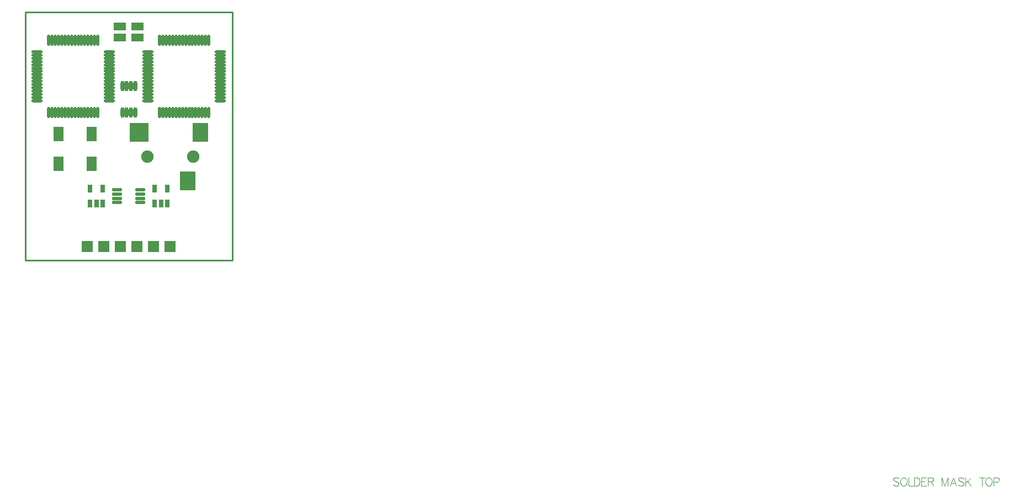
<source format=gts>
%FSLAX25Y25*%
%MOIN*%
G70*
G01*
G75*
G04 Layer_Color=8388736*
%ADD10O,0.01772X0.05512*%
%ADD11R,0.05118X0.08268*%
%ADD12O,0.00984X0.06102*%
%ADD13O,0.06102X0.00984*%
%ADD14R,0.08661X0.11024*%
%ADD15R,0.11024X0.11024*%
%ADD16R,0.02362X0.03740*%
%ADD17O,0.05512X0.01378*%
%ADD18R,0.06693X0.04134*%
%ADD19C,0.03500*%
%ADD20C,0.02000*%
%ADD21C,0.01200*%
%ADD22C,0.00800*%
%ADD23C,0.01500*%
%ADD24C,0.01400*%
%ADD25C,0.01000*%
%ADD26C,0.00492*%
%ADD27C,0.00787*%
%ADD28C,0.06693*%
%ADD29R,0.06200X0.06200*%
%ADD30C,0.02000*%
%ADD31C,0.00984*%
%ADD32C,0.00100*%
%ADD33C,0.00394*%
%ADD34C,0.02500*%
%ADD35R,0.03937X0.04331*%
%ADD36R,0.04331X0.03937*%
%ADD37R,0.06000X0.05000*%
%ADD38R,0.05000X0.06000*%
%ADD39R,0.07087X0.05512*%
%ADD40R,0.05906X0.05118*%
%ADD41R,0.06200X0.06200*%
%ADD42C,0.06200*%
%ADD43C,0.03000*%
%ADD44C,0.04000*%
%ADD45R,0.03700X0.17300*%
%ADD46O,0.02572X0.06312*%
%ADD47R,0.05918X0.09068*%
%ADD48O,0.01784X0.06902*%
%ADD49O,0.06902X0.01784*%
%ADD50R,0.09461X0.11824*%
%ADD51R,0.11824X0.11824*%
%ADD52R,0.03162X0.04540*%
%ADD53O,0.06312X0.02178*%
%ADD54R,0.07493X0.04934*%
%ADD55C,0.07493*%
%ADD56R,0.07000X0.07000*%
D25*
X0Y0D02*
X125000D01*
X0Y150000D02*
X125000D01*
X0Y0D02*
Y150000D01*
X125000Y0D02*
Y150000D01*
D26*
X527484Y-131869D02*
X527015Y-131400D01*
X526313Y-131166D01*
X525375D01*
X524673Y-131400D01*
X524204Y-131869D01*
Y-132337D01*
X524438Y-132806D01*
X524673Y-133040D01*
X525141Y-133274D01*
X526547Y-133743D01*
X527015Y-133977D01*
X527250Y-134212D01*
X527484Y-134680D01*
Y-135383D01*
X527015Y-135852D01*
X526313Y-136086D01*
X525375D01*
X524673Y-135852D01*
X524204Y-135383D01*
X529991Y-131166D02*
X529522Y-131400D01*
X529054Y-131869D01*
X528820Y-132337D01*
X528585Y-133040D01*
Y-134212D01*
X528820Y-134914D01*
X529054Y-135383D01*
X529522Y-135852D01*
X529991Y-136086D01*
X530928D01*
X531397Y-135852D01*
X531865Y-135383D01*
X532100Y-134914D01*
X532334Y-134212D01*
Y-133040D01*
X532100Y-132337D01*
X531865Y-131869D01*
X531397Y-131400D01*
X530928Y-131166D01*
X529991D01*
X533482D02*
Y-136086D01*
X536294D01*
X536833Y-131166D02*
Y-136086D01*
Y-131166D02*
X538473D01*
X539175Y-131400D01*
X539644Y-131869D01*
X539878Y-132337D01*
X540113Y-133040D01*
Y-134212D01*
X539878Y-134914D01*
X539644Y-135383D01*
X539175Y-135852D01*
X538473Y-136086D01*
X536833D01*
X544260Y-131166D02*
X541214D01*
Y-136086D01*
X544260D01*
X541214Y-133509D02*
X543088D01*
X545080Y-131166D02*
Y-136086D01*
Y-131166D02*
X547188D01*
X547891Y-131400D01*
X548126Y-131634D01*
X548360Y-132103D01*
Y-132571D01*
X548126Y-133040D01*
X547891Y-133274D01*
X547188Y-133509D01*
X545080D01*
X546720D02*
X548360Y-136086D01*
X553327Y-131166D02*
Y-136086D01*
Y-131166D02*
X555201Y-136086D01*
X557076Y-131166D02*
X555201Y-136086D01*
X557076Y-131166D02*
Y-136086D01*
X562230D02*
X560356Y-131166D01*
X558481Y-136086D01*
X559184Y-134446D02*
X561527D01*
X566658Y-131869D02*
X566190Y-131400D01*
X565487Y-131166D01*
X564550D01*
X563847Y-131400D01*
X563378Y-131869D01*
Y-132337D01*
X563613Y-132806D01*
X563847Y-133040D01*
X564315Y-133274D01*
X565721Y-133743D01*
X566190Y-133977D01*
X566424Y-134212D01*
X566658Y-134680D01*
Y-135383D01*
X566190Y-135852D01*
X565487Y-136086D01*
X564550D01*
X563847Y-135852D01*
X563378Y-135383D01*
X567760Y-131166D02*
Y-136086D01*
X571040Y-131166D02*
X567760Y-134446D01*
X568931Y-133274D02*
X571040Y-136086D01*
X577647Y-131166D02*
Y-136086D01*
X576007Y-131166D02*
X579287D01*
X581278D02*
X580810Y-131400D01*
X580341Y-131869D01*
X580107Y-132337D01*
X579873Y-133040D01*
Y-134212D01*
X580107Y-134914D01*
X580341Y-135383D01*
X580810Y-135852D01*
X581278Y-136086D01*
X582215D01*
X582684Y-135852D01*
X583153Y-135383D01*
X583387Y-134914D01*
X583621Y-134212D01*
Y-133040D01*
X583387Y-132337D01*
X583153Y-131869D01*
X582684Y-131400D01*
X582215Y-131166D01*
X581278D01*
X584769Y-133743D02*
X586878D01*
X587581Y-133509D01*
X587815Y-133274D01*
X588050Y-132806D01*
Y-132103D01*
X587815Y-131634D01*
X587581Y-131400D01*
X586878Y-131166D01*
X584769D01*
Y-136086D01*
D46*
X66339Y105571D02*
D03*
X63780D02*
D03*
X61220D02*
D03*
X58661D02*
D03*
X66339Y89429D02*
D03*
X63780D02*
D03*
X61220D02*
D03*
X58661D02*
D03*
D47*
X20200Y58390D02*
D03*
X40200D02*
D03*
X20200Y76500D02*
D03*
X40200D02*
D03*
D48*
X43764Y133152D02*
D03*
X41795D02*
D03*
X39827D02*
D03*
X37858D02*
D03*
X35890D02*
D03*
X33921D02*
D03*
X31953D02*
D03*
X29984D02*
D03*
X28016D02*
D03*
X26047D02*
D03*
X24079D02*
D03*
X22110D02*
D03*
X20142D02*
D03*
X18173D02*
D03*
X16205D02*
D03*
X14236D02*
D03*
Y89648D02*
D03*
X16205D02*
D03*
X18173D02*
D03*
X20142D02*
D03*
X22110D02*
D03*
X24079D02*
D03*
X26047D02*
D03*
X28016D02*
D03*
X29984D02*
D03*
X31953D02*
D03*
X33921D02*
D03*
X35890D02*
D03*
X37858D02*
D03*
X39827D02*
D03*
X41795D02*
D03*
X43764D02*
D03*
X110764Y133152D02*
D03*
X108795D02*
D03*
X106827D02*
D03*
X104858D02*
D03*
X102890D02*
D03*
X100921D02*
D03*
X98953D02*
D03*
X96984D02*
D03*
X95016D02*
D03*
X93047D02*
D03*
X91079D02*
D03*
X89110D02*
D03*
X87142D02*
D03*
X85173D02*
D03*
X83205D02*
D03*
X81236D02*
D03*
Y89648D02*
D03*
X83205D02*
D03*
X85173D02*
D03*
X87142D02*
D03*
X89110D02*
D03*
X91079D02*
D03*
X93047D02*
D03*
X95016D02*
D03*
X96984D02*
D03*
X98953D02*
D03*
X100921D02*
D03*
X102890D02*
D03*
X104858D02*
D03*
X106827D02*
D03*
X108795D02*
D03*
X110764D02*
D03*
D49*
X7248Y126164D02*
D03*
Y124195D02*
D03*
Y122227D02*
D03*
Y120258D02*
D03*
Y118290D02*
D03*
Y116321D02*
D03*
Y114353D02*
D03*
Y112384D02*
D03*
Y110416D02*
D03*
Y108447D02*
D03*
Y106479D02*
D03*
Y104510D02*
D03*
Y102542D02*
D03*
Y100573D02*
D03*
Y98605D02*
D03*
Y96636D02*
D03*
X50752D02*
D03*
Y98605D02*
D03*
Y100573D02*
D03*
Y102542D02*
D03*
Y104510D02*
D03*
Y106479D02*
D03*
Y108447D02*
D03*
Y110416D02*
D03*
Y112384D02*
D03*
Y114353D02*
D03*
Y116321D02*
D03*
Y118290D02*
D03*
Y120258D02*
D03*
Y122227D02*
D03*
Y124195D02*
D03*
Y126164D02*
D03*
X74248D02*
D03*
Y124195D02*
D03*
Y122227D02*
D03*
Y120258D02*
D03*
Y118290D02*
D03*
Y116321D02*
D03*
Y114353D02*
D03*
Y112384D02*
D03*
Y110416D02*
D03*
Y108447D02*
D03*
Y106479D02*
D03*
Y104510D02*
D03*
Y102542D02*
D03*
Y100573D02*
D03*
Y98605D02*
D03*
Y96636D02*
D03*
X117752D02*
D03*
Y98605D02*
D03*
Y100573D02*
D03*
Y102542D02*
D03*
Y104510D02*
D03*
Y106479D02*
D03*
Y108447D02*
D03*
Y110416D02*
D03*
Y112384D02*
D03*
Y114353D02*
D03*
Y116321D02*
D03*
Y118290D02*
D03*
Y120258D02*
D03*
Y122227D02*
D03*
Y124195D02*
D03*
Y126164D02*
D03*
D50*
X105731Y77367D02*
D03*
X98250Y48233D02*
D03*
D51*
X68723Y77367D02*
D03*
D52*
X46740Y43626D02*
D03*
X39260D02*
D03*
X43000Y34374D02*
D03*
X39260D02*
D03*
X46740D02*
D03*
X85740Y43626D02*
D03*
X78260D02*
D03*
X82000Y34374D02*
D03*
X78260D02*
D03*
X85740D02*
D03*
D53*
X69537Y35061D02*
D03*
Y37620D02*
D03*
Y40180D02*
D03*
Y42739D02*
D03*
X55463Y35061D02*
D03*
Y37620D02*
D03*
Y40180D02*
D03*
Y42739D02*
D03*
D54*
X67815Y141448D02*
D03*
X57185D02*
D03*
X67815Y134952D02*
D03*
X57185D02*
D03*
D55*
X101400Y62800D02*
D03*
X73841D02*
D03*
D56*
X37500Y8400D02*
D03*
X47500D02*
D03*
X57500D02*
D03*
X67500D02*
D03*
X77500D02*
D03*
X87500D02*
D03*
M02*

</source>
